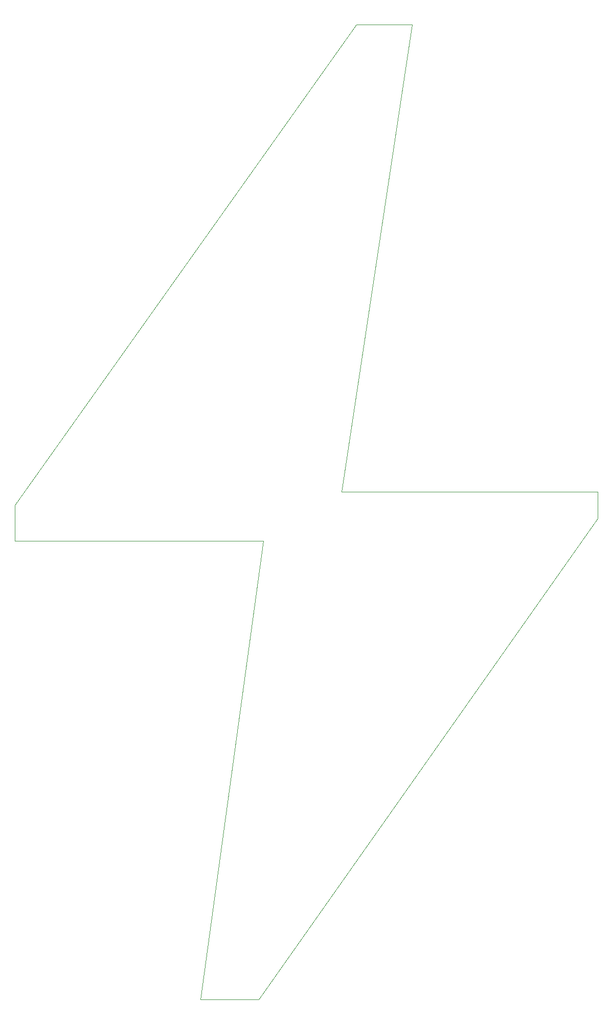
<source format=gbr>
%TF.GenerationSoftware,KiCad,Pcbnew,9.0.7*%
%TF.CreationDate,2026-02-10T16:13:09+02:00*%
%TF.ProjectId,sik_ledim_ss_,73696b5f-6c65-4646-996d-f67373f62e6b,rev?*%
%TF.SameCoordinates,Original*%
%TF.FileFunction,Profile,NP*%
%FSLAX46Y46*%
G04 Gerber Fmt 4.6, Leading zero omitted, Abs format (unit mm)*
G04 Created by KiCad (PCBNEW 9.0.7) date 2026-02-10 16:13:09*
%MOMM*%
%LPD*%
G01*
G04 APERTURE LIST*
%TA.AperFunction,Profile*%
%ADD10C,0.050000*%
%TD*%
G04 APERTURE END LIST*
D10*
X145022899Y-61717899D02*
X133383471Y-139036953D01*
X109982000Y-223012000D02*
X120396000Y-147122257D01*
X120396000Y-147122257D02*
X79248000Y-147122257D01*
X79248000Y-141224000D02*
X135796118Y-61717899D01*
X79248000Y-147122257D02*
X79248000Y-141224000D01*
X175768000Y-143408366D02*
X119634000Y-223012000D01*
X135796118Y-61717899D02*
X145022899Y-61717899D01*
X175768000Y-139036953D02*
X175768000Y-143408366D01*
X109982000Y-223012000D02*
X119634000Y-223012000D01*
X133383471Y-139036953D02*
X175768000Y-139036953D01*
M02*

</source>
